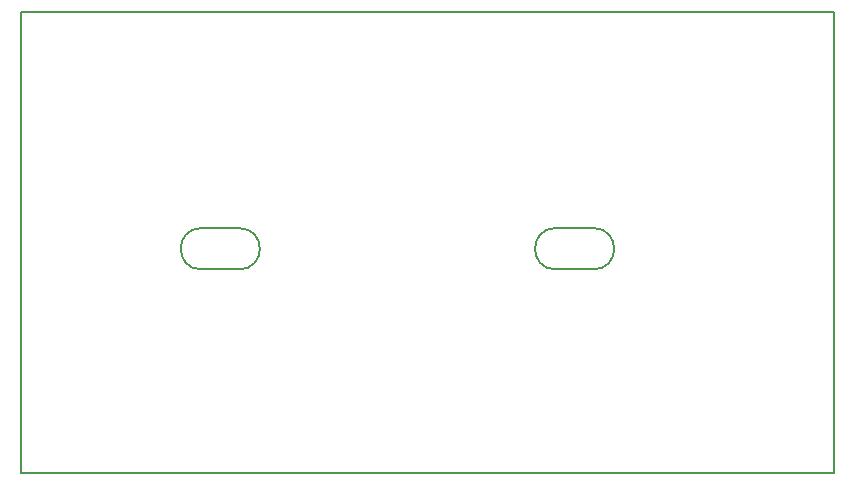
<source format=gbr>
G04 #@! TF.GenerationSoftware,KiCad,Pcbnew,(5.0.0-3-g5ebb6b6)*
G04 #@! TF.CreationDate,2019-05-02T12:54:52+02:00*
G04 #@! TF.ProjectId,Encoder assembly 1,456E636F64657220617373656D626C79,rev?*
G04 #@! TF.SameCoordinates,Original*
G04 #@! TF.FileFunction,Profile,NP*
%FSLAX46Y46*%
G04 Gerber Fmt 4.6, Leading zero omitted, Abs format (unit mm)*
G04 Created by KiCad (PCBNEW (5.0.0-3-g5ebb6b6)) date Thursday, 02 May 2019 at 12:54:52*
%MOMM*%
%LPD*%
G01*
G04 APERTURE LIST*
%ADD10C,0.150000*%
G04 APERTURE END LIST*
D10*
X88500000Y-82950000D02*
G75*
G02X88500000Y-79450000I0J1750000D01*
G01*
X91700000Y-79450000D02*
G75*
G02X91700000Y-82950000I0J-1750000D01*
G01*
X88500000Y-79450000D02*
X91700000Y-79450000D01*
X88500000Y-82950000D02*
X91750000Y-82950000D01*
X118500000Y-82950000D02*
X121750000Y-82950000D01*
X118500000Y-79450000D02*
X121700000Y-79450000D01*
X121700000Y-79450000D02*
G75*
G02X121700000Y-82950000I0J-1750000D01*
G01*
X118500000Y-82950000D02*
G75*
G02X118500000Y-79450000I0J1750000D01*
G01*
X73250000Y-100150000D02*
X73250000Y-61150000D01*
X142050000Y-100150000D02*
X73250000Y-100150000D01*
X142050000Y-61150000D02*
X142050000Y-100150000D01*
X73250000Y-61150000D02*
X142050000Y-61150000D01*
M02*

</source>
